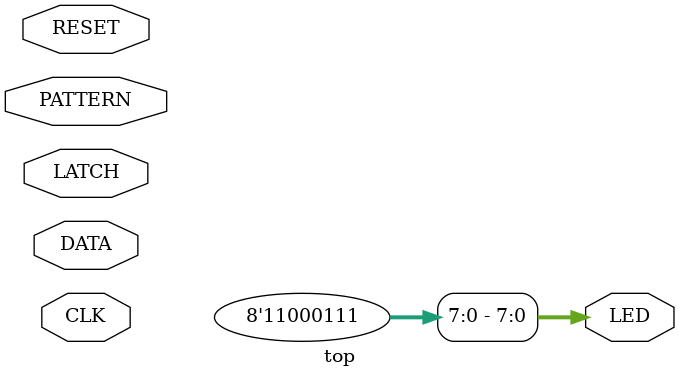
<source format=v>
`timescale 1ns / 1ps
module top (input wire RESET,
			input wire LATCH,
			input wire CLK,
			input wire DATA,
			input wire PATTERN,	
			output wire [22:0] LED
			);


assign LED[7:0] = 8'b11000111;

endmodule


/*
parameter MSB = 8;

wire[MSB-1:0] buffer;
wire outNext;

shift_reg  #(MSB) sr0  (.reset(RESET),
                        .clk (CLK),
						.data (DATA),
                        .en (LATCH),
						.out (outNext),
                        .registers (buffer)
						);


reg [2:0] instruction;
reg [4:0] ledAddress;

reg [2:0] led0;
reg [2:0] led1;
reg [2:0] led2;
reg [2:0] led3;
reg [2:0] led4;
reg [2:0] led5;
reg [2:0] led6;
reg [2:0] led7;
reg [2:0] led8;
reg [2:0] led9;
reg [2:0] led10;
reg [2:0] led11;
reg [2:0] led12;
reg [2:0] led13;
reg [2:0] led14;
reg [2:0] led15;
reg [2:0] led16;
reg [2:0] led17;
reg [2:0] led18;
reg [2:0] led19;
reg [2:0] led20;
reg [2:0] led21;
reg [2:0] led22;
// reg [2:0] led23;
// reg [2:0] led24;



always @*
begin
	
	if (LATCH == 1'b1) begin
		instruction <= buffer[MSB-1:5];
		ledAddress <= buffer[4:0];		

		case (ledAddress)
			0: led0 <= instruction;
			1: led1 <= instruction;
			2: led2 <= instruction;
			3: led3 <= instruction;
			4: led4 <= instruction;
			5: led5 <= instruction;
			6: led6 <= instruction;
			7: led7 <= instruction;
		endcase
	end
end


ledCtrl lc0 (.state(led0),
            .led(LED[0]),
            .pattern1 (PATTERN),
			.pattern2 (PATTERN)
			);

ledCtrl lc1 (.state(led1),
            .led(LED[1]),
            .pattern1 (PATTERN),
			.pattern2 (PATTERN)
			);

ledCtrl lc2 (.state(led2),
            .led(LED[2]),
            .pattern1 (PATTERN),
			.pattern2 (PATTERN)
			);

ledCtrl lc3 (.state(led3),
            .led(LED[3]),
            .pattern1 (PATTERN),
			.pattern2 (PATTERN)
			);

ledCtrl lc4 (.state(led4),
            .led(LED[4]),
            .pattern1 (PATTERN),
			.pattern2 (PATTERN)
			);

ledCtrl lc5 (.state(led5),
            .led(LED[5]),
            .pattern1 (PATTERN),
			.pattern2 (PATTERN)
			);

ledCtrl lc6 (.state(led6),
            .led(LED[6]),
            .pattern1 (PATTERN),
			.pattern2 (PATTERN)
			);

ledCtrl lc7 (.state(led7),
            .led(LED[7]),
            .pattern1 (PATTERN),
			.pattern2 (PATTERN)
			);

ledCtrl lc8 (.state(led8),
            .led(LED[8]),
            .pattern1 (PATTERN),
			.pattern2 (PATTERN)
			);

ledCtrl lc9 (.state(led9),
            .led(LED[9]),
            .pattern1 (PATTERN),
			.pattern2 (PATTERN)
			);

ledCtrl lc10 (.state(led10),
            .led(LED[10]),
            .pattern1 (PATTERN),
			.pattern2 (PATTERN)
			);

ledCtrl lc11 (.state(led11),
            .led(LED[11]),
            .pattern1 (PATTERN),
			.pattern2 (PATTERN)
			);

ledCtrl lc12 (.state(led12),
            .led(LED[12]),
            .pattern1 (PATTERN),
			.pattern2 (PATTERN)
			);

ledCtrl lc13 (.state(led13),
            .led(LED[13]),
            .pattern1 (PATTERN),
			.pattern2 (PATTERN)
			);

ledCtrl lc14 (.state(led14),
            .led(LED[14]),
            .pattern1 (PATTERN),
			.pattern2 (PATTERN)
			);

ledCtrl lc15 (.state(led15),
            .led(LED[15]),
            .pattern1 (PATTERN),
			.pattern2 (PATTERN)
			);

ledCtrl lc16 (.state(led16),
            .led(LED[16]),
            .pattern1 (PATTERN),
			.pattern2 (PATTERN)
			);

ledCtrl lc17 (.state(led17),
            .led(LED[17]),
            .pattern1 (PATTERN),
			.pattern2 (PATTERN)
			);

ledCtrl lc18 (.state(led18),
            .led(LED[18]),
            .pattern1 (PATTERN),
			.pattern2 (PATTERN)
			);

ledCtrl lc19 (.state(led19),
            .led(LED[19]),
            .pattern1 (PATTERN),
			.pattern2 (PATTERN)
			);

ledCtrl l20 (.state(led20),
            .led(LED[20]),
            .pattern1 (PATTERN),
			.pattern2 (PATTERN)
			);

ledCtrl lc21 (.state(led21),
            .led(LED[21]),
            .pattern1 (PATTERN),
			.pattern2 (PATTERN)
			);

ledCtrl lc22 (.state(led22),
            .led(LED[22]),
            .pattern1 (PATTERN),
			.pattern2 (PATTERN)
			);

// ledCtrl lc23 (.state(led23),
//             .led(LED[23]),
//             .pattern1 (PATTERN),
// 			.pattern2 (PATTERN)
// 			);

// ledCtrl lc24 (.state(led24),
//             .led(LED[24]),
//             .pattern1 (PATTERN),
// 			.pattern2 (PATTERN)
// 			);

endmodule
*/
</source>
